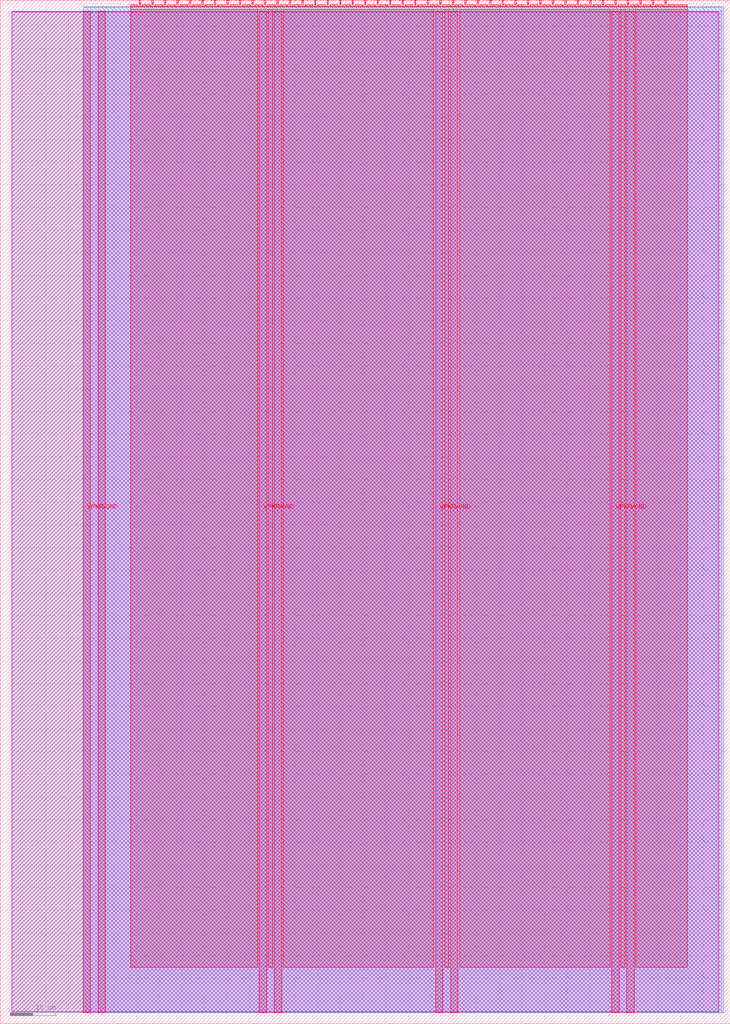
<source format=lef>
VERSION 5.7 ;
  NOWIREEXTENSIONATPIN ON ;
  DIVIDERCHAR "/" ;
  BUSBITCHARS "[]" ;
MACRO tt_um_strau0106_simple_viii
  CLASS BLOCK ;
  FOREIGN tt_um_strau0106_simple_viii ;
  ORIGIN 0.000 0.000 ;
  SIZE 161.000 BY 225.760 ;
  PIN VGND
    DIRECTION INOUT ;
    USE GROUND ;
    PORT
      LAYER met4 ;
        RECT 21.580 2.480 23.180 223.280 ;
    END
    PORT
      LAYER met4 ;
        RECT 60.450 2.480 62.050 223.280 ;
    END
    PORT
      LAYER met4 ;
        RECT 99.320 2.480 100.920 223.280 ;
    END
    PORT
      LAYER met4 ;
        RECT 138.190 2.480 139.790 223.280 ;
    END
  END VGND
  PIN VPWR
    DIRECTION INOUT ;
    USE POWER ;
    PORT
      LAYER met4 ;
        RECT 18.280 2.480 19.880 223.280 ;
    END
    PORT
      LAYER met4 ;
        RECT 57.150 2.480 58.750 223.280 ;
    END
    PORT
      LAYER met4 ;
        RECT 96.020 2.480 97.620 223.280 ;
    END
    PORT
      LAYER met4 ;
        RECT 134.890 2.480 136.490 223.280 ;
    END
  END VPWR
  PIN clk
    DIRECTION INPUT ;
    USE SIGNAL ;
    ANTENNAGATEAREA 0.852000 ;
    PORT
      LAYER met4 ;
        RECT 143.830 224.760 144.130 225.760 ;
    END
  END clk
  PIN ena
    DIRECTION INPUT ;
    USE SIGNAL ;
    PORT
      LAYER met4 ;
        RECT 146.590 224.760 146.890 225.760 ;
    END
  END ena
  PIN rst_n
    DIRECTION INPUT ;
    USE SIGNAL ;
    ANTENNAGATEAREA 0.213000 ;
    PORT
      LAYER met4 ;
        RECT 141.070 224.760 141.370 225.760 ;
    END
  END rst_n
  PIN ui_in[0]
    DIRECTION INPUT ;
    USE SIGNAL ;
    PORT
      LAYER met4 ;
        RECT 138.310 224.760 138.610 225.760 ;
    END
  END ui_in[0]
  PIN ui_in[1]
    DIRECTION INPUT ;
    USE SIGNAL ;
    PORT
      LAYER met4 ;
        RECT 135.550 224.760 135.850 225.760 ;
    END
  END ui_in[1]
  PIN ui_in[2]
    DIRECTION INPUT ;
    USE SIGNAL ;
    PORT
      LAYER met4 ;
        RECT 132.790 224.760 133.090 225.760 ;
    END
  END ui_in[2]
  PIN ui_in[3]
    DIRECTION INPUT ;
    USE SIGNAL ;
    PORT
      LAYER met4 ;
        RECT 130.030 224.760 130.330 225.760 ;
    END
  END ui_in[3]
  PIN ui_in[4]
    DIRECTION INPUT ;
    USE SIGNAL ;
    PORT
      LAYER met4 ;
        RECT 127.270 224.760 127.570 225.760 ;
    END
  END ui_in[4]
  PIN ui_in[5]
    DIRECTION INPUT ;
    USE SIGNAL ;
    PORT
      LAYER met4 ;
        RECT 124.510 224.760 124.810 225.760 ;
    END
  END ui_in[5]
  PIN ui_in[6]
    DIRECTION INPUT ;
    USE SIGNAL ;
    ANTENNAGATEAREA 0.196500 ;
    PORT
      LAYER met4 ;
        RECT 121.750 224.760 122.050 225.760 ;
    END
  END ui_in[6]
  PIN ui_in[7]
    DIRECTION INPUT ;
    USE SIGNAL ;
    ANTENNAGATEAREA 0.196500 ;
    PORT
      LAYER met4 ;
        RECT 118.990 224.760 119.290 225.760 ;
    END
  END ui_in[7]
  PIN uio_in[0]
    DIRECTION INPUT ;
    USE SIGNAL ;
    PORT
      LAYER met4 ;
        RECT 116.230 224.760 116.530 225.760 ;
    END
  END uio_in[0]
  PIN uio_in[1]
    DIRECTION INPUT ;
    USE SIGNAL ;
    ANTENNAGATEAREA 0.196500 ;
    PORT
      LAYER met4 ;
        RECT 113.470 224.760 113.770 225.760 ;
    END
  END uio_in[1]
  PIN uio_in[2]
    DIRECTION INPUT ;
    USE SIGNAL ;
    ANTENNAGATEAREA 0.196500 ;
    PORT
      LAYER met4 ;
        RECT 110.710 224.760 111.010 225.760 ;
    END
  END uio_in[2]
  PIN uio_in[3]
    DIRECTION INPUT ;
    USE SIGNAL ;
    PORT
      LAYER met4 ;
        RECT 107.950 224.760 108.250 225.760 ;
    END
  END uio_in[3]
  PIN uio_in[4]
    DIRECTION INPUT ;
    USE SIGNAL ;
    ANTENNAGATEAREA 0.196500 ;
    PORT
      LAYER met4 ;
        RECT 105.190 224.760 105.490 225.760 ;
    END
  END uio_in[4]
  PIN uio_in[5]
    DIRECTION INPUT ;
    USE SIGNAL ;
    ANTENNAGATEAREA 0.196500 ;
    PORT
      LAYER met4 ;
        RECT 102.430 224.760 102.730 225.760 ;
    END
  END uio_in[5]
  PIN uio_in[6]
    DIRECTION INPUT ;
    USE SIGNAL ;
    PORT
      LAYER met4 ;
        RECT 99.670 224.760 99.970 225.760 ;
    END
  END uio_in[6]
  PIN uio_in[7]
    DIRECTION INPUT ;
    USE SIGNAL ;
    PORT
      LAYER met4 ;
        RECT 96.910 224.760 97.210 225.760 ;
    END
  END uio_in[7]
  PIN uio_oe[0]
    DIRECTION OUTPUT ;
    USE SIGNAL ;
    ANTENNADIFFAREA 0.445500 ;
    PORT
      LAYER met4 ;
        RECT 49.990 224.760 50.290 225.760 ;
    END
  END uio_oe[0]
  PIN uio_oe[1]
    DIRECTION OUTPUT ;
    USE SIGNAL ;
    ANTENNADIFFAREA 0.445500 ;
    PORT
      LAYER met4 ;
        RECT 47.230 224.760 47.530 225.760 ;
    END
  END uio_oe[1]
  PIN uio_oe[2]
    DIRECTION OUTPUT ;
    USE SIGNAL ;
    ANTENNADIFFAREA 0.445500 ;
    PORT
      LAYER met4 ;
        RECT 44.470 224.760 44.770 225.760 ;
    END
  END uio_oe[2]
  PIN uio_oe[3]
    DIRECTION OUTPUT ;
    USE SIGNAL ;
    ANTENNADIFFAREA 0.445500 ;
    PORT
      LAYER met4 ;
        RECT 41.710 224.760 42.010 225.760 ;
    END
  END uio_oe[3]
  PIN uio_oe[4]
    DIRECTION OUTPUT ;
    USE SIGNAL ;
    ANTENNADIFFAREA 0.445500 ;
    PORT
      LAYER met4 ;
        RECT 38.950 224.760 39.250 225.760 ;
    END
  END uio_oe[4]
  PIN uio_oe[5]
    DIRECTION OUTPUT ;
    USE SIGNAL ;
    ANTENNAGATEAREA 0.477000 ;
    ANTENNADIFFAREA 0.924000 ;
    PORT
      LAYER met4 ;
        RECT 36.190 224.760 36.490 225.760 ;
    END
  END uio_oe[5]
  PIN uio_oe[6]
    DIRECTION OUTPUT ;
    USE SIGNAL ;
    ANTENNADIFFAREA 0.445500 ;
    PORT
      LAYER met4 ;
        RECT 33.430 224.760 33.730 225.760 ;
    END
  END uio_oe[6]
  PIN uio_oe[7]
    DIRECTION OUTPUT ;
    USE SIGNAL ;
    ANTENNADIFFAREA 0.445500 ;
    PORT
      LAYER met4 ;
        RECT 30.670 224.760 30.970 225.760 ;
    END
  END uio_oe[7]
  PIN uio_out[0]
    DIRECTION OUTPUT ;
    USE SIGNAL ;
    ANTENNADIFFAREA 0.795200 ;
    PORT
      LAYER met4 ;
        RECT 72.070 224.760 72.370 225.760 ;
    END
  END uio_out[0]
  PIN uio_out[1]
    DIRECTION OUTPUT ;
    USE SIGNAL ;
    ANTENNADIFFAREA 0.891000 ;
    PORT
      LAYER met4 ;
        RECT 69.310 224.760 69.610 225.760 ;
    END
  END uio_out[1]
  PIN uio_out[2]
    DIRECTION OUTPUT ;
    USE SIGNAL ;
    ANTENNADIFFAREA 0.933750 ;
    PORT
      LAYER met4 ;
        RECT 66.550 224.760 66.850 225.760 ;
    END
  END uio_out[2]
  PIN uio_out[3]
    DIRECTION OUTPUT ;
    USE SIGNAL ;
    ANTENNADIFFAREA 0.445500 ;
    PORT
      LAYER met4 ;
        RECT 63.790 224.760 64.090 225.760 ;
    END
  END uio_out[3]
  PIN uio_out[4]
    DIRECTION OUTPUT ;
    USE SIGNAL ;
    ANTENNADIFFAREA 0.891000 ;
    PORT
      LAYER met4 ;
        RECT 61.030 224.760 61.330 225.760 ;
    END
  END uio_out[4]
  PIN uio_out[5]
    DIRECTION OUTPUT ;
    USE SIGNAL ;
    ANTENNADIFFAREA 0.933750 ;
    PORT
      LAYER met4 ;
        RECT 58.270 224.760 58.570 225.760 ;
    END
  END uio_out[5]
  PIN uio_out[6]
    DIRECTION OUTPUT ;
    USE SIGNAL ;
    ANTENNADIFFAREA 0.445500 ;
    PORT
      LAYER met4 ;
        RECT 55.510 224.760 55.810 225.760 ;
    END
  END uio_out[6]
  PIN uio_out[7]
    DIRECTION OUTPUT ;
    USE SIGNAL ;
    ANTENNADIFFAREA 0.445500 ;
    PORT
      LAYER met4 ;
        RECT 52.750 224.760 53.050 225.760 ;
    END
  END uio_out[7]
  PIN uo_out[0]
    DIRECTION OUTPUT ;
    USE SIGNAL ;
    ANTENNAGATEAREA 1.237500 ;
    ANTENNADIFFAREA 0.891000 ;
    PORT
      LAYER met4 ;
        RECT 94.150 224.760 94.450 225.760 ;
    END
  END uo_out[0]
  PIN uo_out[1]
    DIRECTION OUTPUT ;
    USE SIGNAL ;
    ANTENNAGATEAREA 1.237500 ;
    ANTENNADIFFAREA 0.891000 ;
    PORT
      LAYER met4 ;
        RECT 91.390 224.760 91.690 225.760 ;
    END
  END uo_out[1]
  PIN uo_out[2]
    DIRECTION OUTPUT ;
    USE SIGNAL ;
    ANTENNAGATEAREA 0.994500 ;
    ANTENNADIFFAREA 0.891000 ;
    PORT
      LAYER met4 ;
        RECT 88.630 224.760 88.930 225.760 ;
    END
  END uo_out[2]
  PIN uo_out[3]
    DIRECTION OUTPUT ;
    USE SIGNAL ;
    ANTENNAGATEAREA 1.237500 ;
    ANTENNADIFFAREA 0.891000 ;
    PORT
      LAYER met4 ;
        RECT 85.870 224.760 86.170 225.760 ;
    END
  END uo_out[3]
  PIN uo_out[4]
    DIRECTION OUTPUT ;
    USE SIGNAL ;
    ANTENNAGATEAREA 0.990000 ;
    ANTENNADIFFAREA 0.891000 ;
    PORT
      LAYER met4 ;
        RECT 83.110 224.760 83.410 225.760 ;
    END
  END uo_out[4]
  PIN uo_out[5]
    DIRECTION OUTPUT ;
    USE SIGNAL ;
    ANTENNAGATEAREA 0.990000 ;
    ANTENNADIFFAREA 0.891000 ;
    PORT
      LAYER met4 ;
        RECT 80.350 224.760 80.650 225.760 ;
    END
  END uo_out[5]
  PIN uo_out[6]
    DIRECTION OUTPUT ;
    USE SIGNAL ;
    ANTENNAGATEAREA 0.868500 ;
    ANTENNADIFFAREA 0.891000 ;
    PORT
      LAYER met4 ;
        RECT 77.590 224.760 77.890 225.760 ;
    END
  END uo_out[6]
  PIN uo_out[7]
    DIRECTION OUTPUT ;
    USE SIGNAL ;
    ANTENNAGATEAREA 0.990000 ;
    ANTENNADIFFAREA 0.891000 ;
    PORT
      LAYER met4 ;
        RECT 74.830 224.760 75.130 225.760 ;
    END
  END uo_out[7]
  OBS
      LAYER nwell ;
        RECT 2.570 2.635 158.430 223.230 ;
      LAYER li1 ;
        RECT 2.760 2.635 158.240 223.125 ;
      LAYER met1 ;
        RECT 2.760 2.480 159.550 223.280 ;
      LAYER met2 ;
        RECT 18.310 2.535 159.520 224.245 ;
      LAYER met3 ;
        RECT 18.290 2.555 159.095 224.225 ;
      LAYER met4 ;
        RECT 28.815 224.360 30.270 224.760 ;
        RECT 31.370 224.360 33.030 224.760 ;
        RECT 34.130 224.360 35.790 224.760 ;
        RECT 36.890 224.360 38.550 224.760 ;
        RECT 39.650 224.360 41.310 224.760 ;
        RECT 42.410 224.360 44.070 224.760 ;
        RECT 45.170 224.360 46.830 224.760 ;
        RECT 47.930 224.360 49.590 224.760 ;
        RECT 50.690 224.360 52.350 224.760 ;
        RECT 53.450 224.360 55.110 224.760 ;
        RECT 56.210 224.360 57.870 224.760 ;
        RECT 58.970 224.360 60.630 224.760 ;
        RECT 61.730 224.360 63.390 224.760 ;
        RECT 64.490 224.360 66.150 224.760 ;
        RECT 67.250 224.360 68.910 224.760 ;
        RECT 70.010 224.360 71.670 224.760 ;
        RECT 72.770 224.360 74.430 224.760 ;
        RECT 75.530 224.360 77.190 224.760 ;
        RECT 78.290 224.360 79.950 224.760 ;
        RECT 81.050 224.360 82.710 224.760 ;
        RECT 83.810 224.360 85.470 224.760 ;
        RECT 86.570 224.360 88.230 224.760 ;
        RECT 89.330 224.360 90.990 224.760 ;
        RECT 92.090 224.360 93.750 224.760 ;
        RECT 94.850 224.360 96.510 224.760 ;
        RECT 97.610 224.360 99.270 224.760 ;
        RECT 100.370 224.360 102.030 224.760 ;
        RECT 103.130 224.360 104.790 224.760 ;
        RECT 105.890 224.360 107.550 224.760 ;
        RECT 108.650 224.360 110.310 224.760 ;
        RECT 111.410 224.360 113.070 224.760 ;
        RECT 114.170 224.360 115.830 224.760 ;
        RECT 116.930 224.360 118.590 224.760 ;
        RECT 119.690 224.360 121.350 224.760 ;
        RECT 122.450 224.360 124.110 224.760 ;
        RECT 125.210 224.360 126.870 224.760 ;
        RECT 127.970 224.360 129.630 224.760 ;
        RECT 130.730 224.360 132.390 224.760 ;
        RECT 133.490 224.360 135.150 224.760 ;
        RECT 136.250 224.360 137.910 224.760 ;
        RECT 139.010 224.360 140.670 224.760 ;
        RECT 141.770 224.360 143.430 224.760 ;
        RECT 144.530 224.360 146.190 224.760 ;
        RECT 147.290 224.360 151.505 224.760 ;
        RECT 28.815 223.680 151.505 224.360 ;
        RECT 28.815 12.415 56.750 223.680 ;
        RECT 59.150 12.415 60.050 223.680 ;
        RECT 62.450 12.415 95.620 223.680 ;
        RECT 98.020 12.415 98.920 223.680 ;
        RECT 101.320 12.415 134.490 223.680 ;
        RECT 136.890 12.415 137.790 223.680 ;
        RECT 140.190 12.415 151.505 223.680 ;
  END
END tt_um_strau0106_simple_viii
END LIBRARY


</source>
